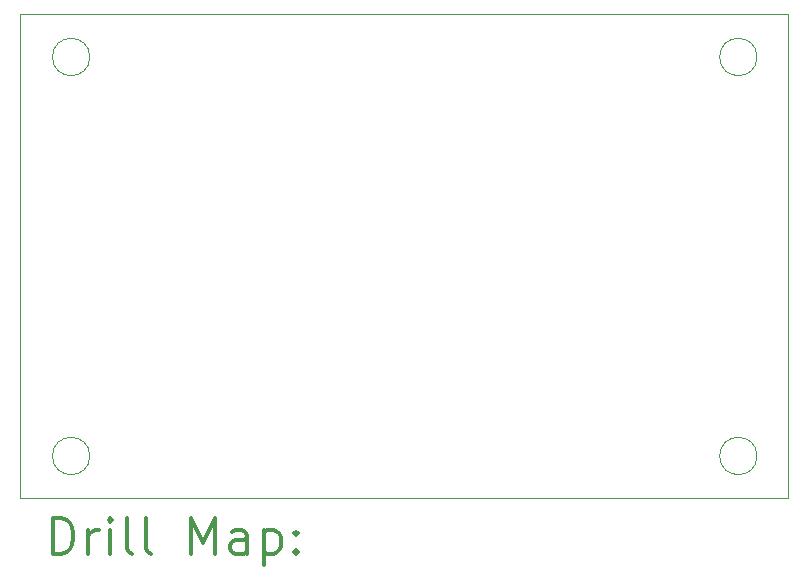
<source format=gbr>
%FSLAX45Y45*%
G04 Gerber Fmt 4.5, Leading zero omitted, Abs format (unit mm)*
G04 Created by KiCad (PCBNEW 5.1.12) date 2021-12-29 22:49:32*
%MOMM*%
%LPD*%
G01*
G04 APERTURE LIST*
%TA.AperFunction,Profile*%
%ADD10C,0.050000*%
%TD*%
%ADD11C,0.200000*%
%ADD12C,0.300000*%
G04 APERTURE END LIST*
D10*
X14981554Y-12291060D02*
G75*
G03*
X14981554Y-12291060I-158114J0D01*
G01*
X14981554Y-8912860D02*
G75*
G03*
X14981554Y-8912860I-158114J0D01*
G01*
X8737600Y-8549640D02*
X8737600Y-12649200D01*
X15240000Y-8549640D02*
X8737600Y-8549640D01*
X15240000Y-12649200D02*
X15240000Y-8550000D01*
X8737600Y-12649200D02*
X15240000Y-12649200D01*
X9332594Y-8912860D02*
G75*
G03*
X9332594Y-8912860I-158114J0D01*
G01*
X9332594Y-12291060D02*
G75*
G03*
X9332594Y-12291060I-158114J0D01*
G01*
D11*
D12*
X9021528Y-13117414D02*
X9021528Y-12817414D01*
X9092957Y-12817414D01*
X9135814Y-12831700D01*
X9164386Y-12860271D01*
X9178671Y-12888843D01*
X9192957Y-12945986D01*
X9192957Y-12988843D01*
X9178671Y-13045986D01*
X9164386Y-13074557D01*
X9135814Y-13103129D01*
X9092957Y-13117414D01*
X9021528Y-13117414D01*
X9321528Y-13117414D02*
X9321528Y-12917414D01*
X9321528Y-12974557D02*
X9335814Y-12945986D01*
X9350100Y-12931700D01*
X9378671Y-12917414D01*
X9407243Y-12917414D01*
X9507243Y-13117414D02*
X9507243Y-12917414D01*
X9507243Y-12817414D02*
X9492957Y-12831700D01*
X9507243Y-12845986D01*
X9521528Y-12831700D01*
X9507243Y-12817414D01*
X9507243Y-12845986D01*
X9692957Y-13117414D02*
X9664386Y-13103129D01*
X9650100Y-13074557D01*
X9650100Y-12817414D01*
X9850100Y-13117414D02*
X9821528Y-13103129D01*
X9807243Y-13074557D01*
X9807243Y-12817414D01*
X10192957Y-13117414D02*
X10192957Y-12817414D01*
X10292957Y-13031700D01*
X10392957Y-12817414D01*
X10392957Y-13117414D01*
X10664386Y-13117414D02*
X10664386Y-12960271D01*
X10650100Y-12931700D01*
X10621528Y-12917414D01*
X10564386Y-12917414D01*
X10535814Y-12931700D01*
X10664386Y-13103129D02*
X10635814Y-13117414D01*
X10564386Y-13117414D01*
X10535814Y-13103129D01*
X10521528Y-13074557D01*
X10521528Y-13045986D01*
X10535814Y-13017414D01*
X10564386Y-13003129D01*
X10635814Y-13003129D01*
X10664386Y-12988843D01*
X10807243Y-12917414D02*
X10807243Y-13217414D01*
X10807243Y-12931700D02*
X10835814Y-12917414D01*
X10892957Y-12917414D01*
X10921528Y-12931700D01*
X10935814Y-12945986D01*
X10950100Y-12974557D01*
X10950100Y-13060271D01*
X10935814Y-13088843D01*
X10921528Y-13103129D01*
X10892957Y-13117414D01*
X10835814Y-13117414D01*
X10807243Y-13103129D01*
X11078671Y-13088843D02*
X11092957Y-13103129D01*
X11078671Y-13117414D01*
X11064386Y-13103129D01*
X11078671Y-13088843D01*
X11078671Y-13117414D01*
X11078671Y-12931700D02*
X11092957Y-12945986D01*
X11078671Y-12960271D01*
X11064386Y-12945986D01*
X11078671Y-12931700D01*
X11078671Y-12960271D01*
M02*

</source>
